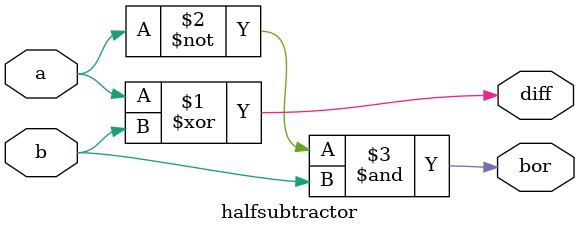
<source format=v>

module halfsubtractor
(input a,b,
 output diff,bor);

assign diff=a^b,
	bor=(~a)&b;
endmodule

</source>
